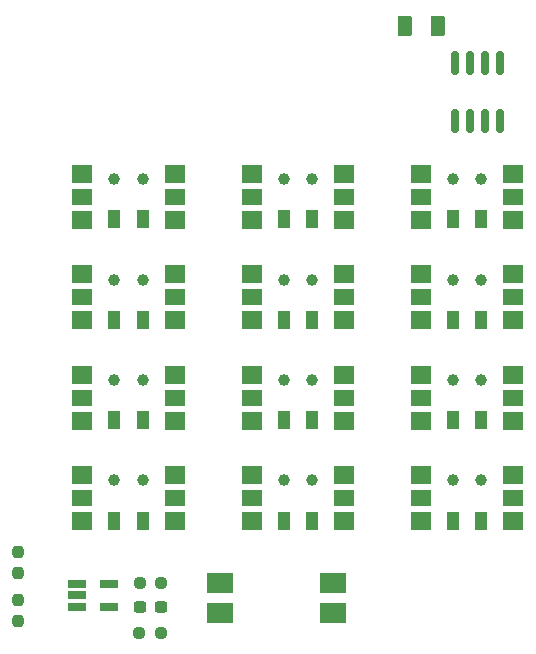
<source format=gbp>
%TF.GenerationSoftware,KiCad,Pcbnew,(5.99.0-13294-g19fc8c6d98)*%
%TF.CreationDate,2021-11-25T20:45:44+01:00*%
%TF.ProjectId,easyrelay,65617379-7265-46c6-9179-2e6b69636164,rev?*%
%TF.SameCoordinates,Original*%
%TF.FileFunction,Paste,Bot*%
%TF.FilePolarity,Positive*%
%FSLAX46Y46*%
G04 Gerber Fmt 4.6, Leading zero omitted, Abs format (unit mm)*
G04 Created by KiCad (PCBNEW (5.99.0-13294-g19fc8c6d98)) date 2021-11-25 20:45:44*
%MOMM*%
%LPD*%
G01*
G04 APERTURE LIST*
G04 Aperture macros list*
%AMRoundRect*
0 Rectangle with rounded corners*
0 $1 Rounding radius*
0 $2 $3 $4 $5 $6 $7 $8 $9 X,Y pos of 4 corners*
0 Add a 4 corners polygon primitive as box body*
4,1,4,$2,$3,$4,$5,$6,$7,$8,$9,$2,$3,0*
0 Add four circle primitives for the rounded corners*
1,1,$1+$1,$2,$3*
1,1,$1+$1,$4,$5*
1,1,$1+$1,$6,$7*
1,1,$1+$1,$8,$9*
0 Add four rect primitives between the rounded corners*
20,1,$1+$1,$2,$3,$4,$5,0*
20,1,$1+$1,$4,$5,$6,$7,0*
20,1,$1+$1,$6,$7,$8,$9,0*
20,1,$1+$1,$8,$9,$2,$3,0*%
G04 Aperture macros list end*
%ADD10R,1.800000X1.450000*%
%ADD11R,1.800000X1.500000*%
%ADD12C,1.000000*%
%ADD13R,1.000000X1.600000*%
%ADD14R,2.300000X1.780000*%
%ADD15RoundRect,0.237500X-0.300000X-0.237500X0.300000X-0.237500X0.300000X0.237500X-0.300000X0.237500X0*%
%ADD16RoundRect,0.237500X-0.250000X-0.237500X0.250000X-0.237500X0.250000X0.237500X-0.250000X0.237500X0*%
%ADD17RoundRect,0.150000X-0.150000X0.825000X-0.150000X-0.825000X0.150000X-0.825000X0.150000X0.825000X0*%
%ADD18RoundRect,0.250000X-0.375000X-0.625000X0.375000X-0.625000X0.375000X0.625000X-0.375000X0.625000X0*%
%ADD19RoundRect,0.237500X-0.237500X0.250000X-0.237500X-0.250000X0.237500X-0.250000X0.237500X0.250000X0*%
%ADD20RoundRect,0.237500X0.250000X0.237500X-0.250000X0.237500X-0.250000X-0.237500X0.250000X-0.237500X0*%
%ADD21R,1.560000X0.650000*%
G04 APERTURE END LIST*
D10*
%TO.C,K1*%
X162133333Y-71200000D03*
D11*
X162133333Y-69250000D03*
D12*
X159433333Y-69700000D03*
X157033333Y-69700000D03*
D11*
X154333333Y-69250000D03*
D10*
X154333333Y-71200000D03*
D11*
X154333333Y-73150000D03*
D13*
X157033333Y-73100000D03*
X159433333Y-73100000D03*
D11*
X162133333Y-73150000D03*
%TD*%
D14*
%TO.C,U7*%
X137319000Y-106458000D03*
X137319000Y-103918000D03*
X146849000Y-103918000D03*
X146849000Y-106458000D03*
%TD*%
D10*
%TO.C,K11*%
X147800000Y-96700000D03*
D11*
X147800000Y-94750000D03*
D12*
X145100000Y-95200000D03*
X142700000Y-95200000D03*
D11*
X140000000Y-94750000D03*
D10*
X140000000Y-96700000D03*
D11*
X140000000Y-98650000D03*
D13*
X142700000Y-98600000D03*
X145100000Y-98600000D03*
D11*
X147800000Y-98650000D03*
%TD*%
D10*
%TO.C,K4*%
X162133333Y-79700000D03*
D11*
X162133333Y-77750000D03*
D12*
X159433333Y-78200000D03*
X157033333Y-78200000D03*
D11*
X154333333Y-77750000D03*
D10*
X154333333Y-79700000D03*
D11*
X154333333Y-81650000D03*
D13*
X157033333Y-81600000D03*
X159433333Y-81600000D03*
D11*
X162133333Y-81650000D03*
%TD*%
D15*
%TO.C,C6*%
X130553500Y-105950000D03*
X132278500Y-105950000D03*
%TD*%
D10*
%TO.C,K6*%
X133466667Y-79700000D03*
D11*
X133466667Y-77750000D03*
D12*
X130766667Y-78200000D03*
X128366667Y-78200000D03*
D11*
X125666667Y-77750000D03*
D10*
X125666667Y-79700000D03*
D11*
X125666667Y-81650000D03*
D13*
X128366667Y-81600000D03*
X130766667Y-81600000D03*
D11*
X133466667Y-81650000D03*
%TD*%
D16*
%TO.C,R7*%
X130487500Y-108100000D03*
X132312500Y-108100000D03*
%TD*%
D17*
%TO.C,U8*%
X157195000Y-59825000D03*
X158465000Y-59825000D03*
X159735000Y-59825000D03*
X161005000Y-59825000D03*
X161005000Y-64775000D03*
X159735000Y-64775000D03*
X158465000Y-64775000D03*
X157195000Y-64775000D03*
%TD*%
D10*
%TO.C,K8*%
X147800000Y-88200000D03*
D11*
X147800000Y-86250000D03*
D12*
X145100000Y-86700000D03*
X142700000Y-86700000D03*
D11*
X140000000Y-86250000D03*
D10*
X140000000Y-88200000D03*
D11*
X140000000Y-90150000D03*
D13*
X142700000Y-90100000D03*
X145100000Y-90100000D03*
D11*
X147800000Y-90150000D03*
%TD*%
D10*
%TO.C,K9*%
X133466667Y-88200000D03*
D11*
X133466667Y-86250000D03*
D12*
X130766667Y-86700000D03*
X128366667Y-86700000D03*
D11*
X125666667Y-86250000D03*
D10*
X125666667Y-88200000D03*
D11*
X125666667Y-90150000D03*
D13*
X128366667Y-90100000D03*
X130766667Y-90100000D03*
D11*
X133466667Y-90150000D03*
%TD*%
D10*
%TO.C,K2*%
X147800000Y-71200000D03*
D11*
X147800000Y-69250000D03*
D12*
X145100000Y-69700000D03*
X142700000Y-69700000D03*
D11*
X140000000Y-69250000D03*
D10*
X140000000Y-71200000D03*
D11*
X140000000Y-73150000D03*
D13*
X142700000Y-73100000D03*
X145100000Y-73100000D03*
D11*
X147800000Y-73150000D03*
%TD*%
D10*
%TO.C,K12*%
X133466667Y-96700000D03*
D11*
X133466667Y-94750000D03*
D12*
X130766667Y-95200000D03*
X128366667Y-95200000D03*
D11*
X125666667Y-94750000D03*
D10*
X125666667Y-96700000D03*
D11*
X125666667Y-98650000D03*
D13*
X128366667Y-98600000D03*
X130766667Y-98600000D03*
D11*
X133466667Y-98650000D03*
%TD*%
D10*
%TO.C,K10*%
X162133333Y-96700000D03*
D11*
X162133333Y-94750000D03*
D12*
X159433333Y-95200000D03*
X157033333Y-95200000D03*
D11*
X154333333Y-94750000D03*
D10*
X154333333Y-96700000D03*
D11*
X154333333Y-98650000D03*
D13*
X157033333Y-98600000D03*
X159433333Y-98600000D03*
D11*
X162133333Y-98650000D03*
%TD*%
D18*
%TO.C,F3*%
X153000000Y-56700000D03*
X155800000Y-56700000D03*
%TD*%
D19*
%TO.C,R6*%
X120240000Y-105291500D03*
X120240000Y-107116500D03*
%TD*%
D10*
%TO.C,K3*%
X133466667Y-71200000D03*
D11*
X133466667Y-69250000D03*
D12*
X130766667Y-69700000D03*
X128366667Y-69700000D03*
D11*
X125666667Y-69250000D03*
D10*
X125666667Y-71200000D03*
D11*
X125666667Y-73150000D03*
D13*
X128366667Y-73100000D03*
X130766667Y-73100000D03*
D11*
X133466667Y-73150000D03*
%TD*%
D10*
%TO.C,K5*%
X147800000Y-79700000D03*
D11*
X147800000Y-77750000D03*
D12*
X145100000Y-78200000D03*
X142700000Y-78200000D03*
D11*
X140000000Y-77750000D03*
D10*
X140000000Y-79700000D03*
D11*
X140000000Y-81650000D03*
D13*
X142700000Y-81600000D03*
X145100000Y-81600000D03*
D11*
X147800000Y-81650000D03*
%TD*%
D19*
%TO.C,R4*%
X120240000Y-101227500D03*
X120240000Y-103052500D03*
%TD*%
D20*
%TO.C,R5*%
X132328500Y-103918000D03*
X130503500Y-103918000D03*
%TD*%
D10*
%TO.C,K7*%
X162133334Y-88200000D03*
D11*
X162133334Y-86250000D03*
D12*
X159433334Y-86700000D03*
X157033334Y-86700000D03*
D11*
X154333334Y-86250000D03*
D10*
X154333334Y-88200000D03*
D11*
X154333334Y-90150000D03*
D13*
X157033334Y-90100000D03*
X159433334Y-90100000D03*
D11*
X162133334Y-90150000D03*
%TD*%
D21*
%TO.C,U6*%
X125240000Y-105884000D03*
X125240000Y-104934000D03*
X125240000Y-103984000D03*
X127940000Y-103984000D03*
X127940000Y-105884000D03*
%TD*%
M02*

</source>
